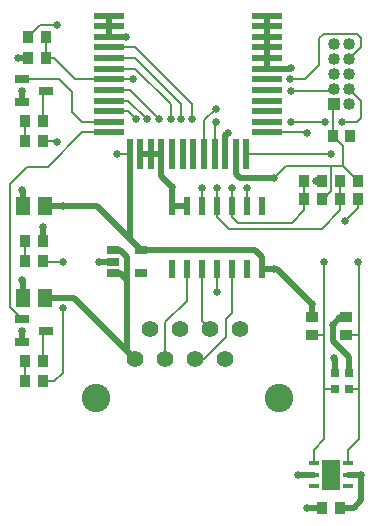
<source format=gbr>
G04 #@! TF.FileFunction,Copper,L1,Top,Signal*
%FSLAX46Y46*%
G04 Gerber Fmt 4.6, Leading zero omitted, Abs format (unit mm)*
G04 Created by KiCad (PCBNEW 4.0.4-stable) date Sunday, February 26, 2017 'PMt' 06:01:27 PM*
%MOMM*%
%LPD*%
G01*
G04 APERTURE LIST*
%ADD10C,0.100000*%
%ADD11R,1.300480X1.498600*%
%ADD12R,0.899160X1.000760*%
%ADD13C,1.397000*%
%ADD14C,2.413000*%
%ADD15R,1.219200X0.802000*%
%ADD16R,1.000760X0.899160*%
%ADD17R,0.850000X0.450000*%
%ADD18R,1.600000X2.500000*%
%ADD19R,1.000000X0.700000*%
%ADD20R,0.700000X0.750000*%
%ADD21R,0.600000X1.500000*%
%ADD22R,2.500000X0.500000*%
%ADD23R,0.500000X2.500000*%
%ADD24R,1.016000X1.016000*%
%ADD25C,1.016000*%
%ADD26C,0.635000*%
%ADD27C,0.508000*%
%ADD28C,0.203200*%
G04 APERTURE END LIST*
D10*
D11*
X133032500Y-77724000D03*
X131127500Y-77724000D03*
X133032500Y-69977000D03*
X131127500Y-69977000D03*
D12*
X133085840Y-57404000D03*
X131582160Y-57404000D03*
X157363160Y-64008000D03*
X158866840Y-64008000D03*
X132831840Y-74612500D03*
X131328160Y-74612500D03*
X132831840Y-64452500D03*
X131328160Y-64452500D03*
X132831840Y-84772500D03*
X131328160Y-84772500D03*
D13*
X140639800Y-82905600D03*
X141909800Y-80365600D03*
X143179800Y-82905600D03*
X144449800Y-80365600D03*
X145719800Y-82905600D03*
X146989800Y-80365600D03*
X148259800Y-82905600D03*
X149529800Y-80365600D03*
D14*
X152834800Y-86205600D03*
X137334800Y-86205600D03*
D15*
X131068000Y-59248000D03*
X131068000Y-61148000D03*
X133092000Y-60198000D03*
X131068000Y-79568000D03*
X131068000Y-81468000D03*
X133092000Y-80518000D03*
D12*
X132831840Y-72898000D03*
X131328160Y-72898000D03*
X132831840Y-62738000D03*
X131328160Y-62738000D03*
X132831840Y-83058000D03*
X131328160Y-83058000D03*
D16*
X158496000Y-79385160D03*
X158496000Y-80888840D03*
X155575000Y-79385160D03*
X155575000Y-80888840D03*
D12*
X159501840Y-67818000D03*
X157998160Y-67818000D03*
X157998160Y-69342000D03*
X159501840Y-69342000D03*
X156453840Y-69342000D03*
X154950160Y-69342000D03*
X154950160Y-67818000D03*
X156453840Y-67818000D03*
X131582160Y-55626000D03*
X133085840Y-55626000D03*
D17*
X155776000Y-91710000D03*
X155776000Y-92710000D03*
X155776000Y-93710000D03*
X158676000Y-93710000D03*
X158676000Y-92710000D03*
X158676000Y-91710000D03*
D18*
X157226000Y-92710000D03*
D19*
X138754000Y-73726000D03*
X138754000Y-74676000D03*
X138754000Y-75626000D03*
X141154000Y-75626000D03*
X141154000Y-73726000D03*
D20*
X158715000Y-84097500D03*
X157515000Y-84097500D03*
X157515000Y-85447500D03*
X158715000Y-85447500D03*
D21*
X151384000Y-69944000D03*
X150114000Y-69944000D03*
X148844000Y-69944000D03*
X147574000Y-69944000D03*
X146304000Y-69944000D03*
X145034000Y-69944000D03*
X143764000Y-69944000D03*
X143764000Y-75344000D03*
X145034000Y-75344000D03*
X146304000Y-75344000D03*
X147574000Y-75344000D03*
X148844000Y-75344000D03*
X150114000Y-75344000D03*
X151384000Y-75344000D03*
D22*
X138408600Y-53848000D03*
X138408600Y-54748000D03*
X138408600Y-55648000D03*
X138408600Y-56548000D03*
X138408600Y-57448000D03*
X138408600Y-58348000D03*
X138408600Y-59248000D03*
X138408600Y-60148000D03*
X138408600Y-61048000D03*
X138408600Y-61948000D03*
X138408600Y-62848000D03*
X138408600Y-63748000D03*
D23*
X140158600Y-65548000D03*
X141058600Y-65548000D03*
X141958600Y-65548000D03*
X142858600Y-65548000D03*
X143758600Y-65548000D03*
X144658600Y-65548000D03*
X145558600Y-65548000D03*
X146458600Y-65548000D03*
X147358600Y-65548000D03*
X148258600Y-65548000D03*
X149158600Y-65548000D03*
X150058600Y-65548000D03*
D22*
X151808600Y-63748000D03*
X151808600Y-62848000D03*
X151808600Y-61948000D03*
X151808600Y-61048000D03*
X151808600Y-60148000D03*
X151808600Y-59248000D03*
X151808600Y-58348000D03*
X151808600Y-57448000D03*
X151808600Y-56548000D03*
X151808600Y-55648000D03*
X151808600Y-54748000D03*
X151808600Y-53848000D03*
D24*
X157480000Y-61341000D03*
D25*
X158750000Y-61341000D03*
X157480000Y-60071000D03*
X158750000Y-60071000D03*
X157480000Y-58801000D03*
X158750000Y-58801000D03*
X157480000Y-57531000D03*
X158750000Y-57531000D03*
X157480000Y-56261000D03*
X158750000Y-56261000D03*
D12*
X157977840Y-95504000D03*
X156474160Y-95504000D03*
D26*
X155956000Y-67818000D03*
X158369000Y-71247000D03*
X158866840Y-64008000D03*
X153797000Y-58293000D03*
X148463000Y-63754000D03*
X157480000Y-82804000D03*
X154432000Y-92710000D03*
X155194000Y-95504000D03*
X143764000Y-68326000D03*
X137541000Y-74676000D03*
X131064000Y-80518000D03*
X132842000Y-71755000D03*
X131064000Y-76200000D03*
X131064000Y-68580000D03*
X131064000Y-60198000D03*
X130683000Y-57404000D03*
X139827000Y-55626000D03*
X152400000Y-75311000D03*
X152400000Y-67564000D03*
X157353000Y-80010000D03*
X155575000Y-78232000D03*
X159766000Y-92710000D03*
X134493000Y-74676000D03*
X134493000Y-69977000D03*
X134493000Y-78613000D03*
X133985000Y-54610000D03*
X139065000Y-65532000D03*
X133985000Y-64516000D03*
X147574000Y-77216000D03*
X141605000Y-62611000D03*
X140716000Y-62611000D03*
X159512000Y-74676000D03*
X157226000Y-65532000D03*
X156591000Y-74676000D03*
X155194000Y-63754000D03*
X147574000Y-68453000D03*
X143637000Y-62611000D03*
X148844000Y-68453000D03*
X144526000Y-62611000D03*
X150114000Y-68453000D03*
X145415000Y-62611000D03*
X146304000Y-68453000D03*
X142621000Y-62611000D03*
X153771600Y-59258200D03*
X140487400Y-59258200D03*
X147447000Y-61722000D03*
X153797000Y-60198000D03*
X147447000Y-62865000D03*
X158115000Y-62865000D03*
X156718000Y-62865000D03*
X153797000Y-62865000D03*
D27*
X138754000Y-75626000D02*
X139380000Y-75626000D01*
X139380000Y-75626000D02*
X139954000Y-76200000D01*
X140639800Y-82905600D02*
X139954000Y-82219800D01*
X139385000Y-73726000D02*
X138754000Y-73726000D01*
X139954000Y-74295000D02*
X139385000Y-73726000D01*
X139954000Y-82219800D02*
X139954000Y-76200000D01*
X139954000Y-76200000D02*
X139954000Y-74295000D01*
X133032500Y-77724000D02*
X135458200Y-77724000D01*
X135458200Y-77724000D02*
X140639800Y-82905600D01*
D28*
X156453840Y-67818000D02*
X155956000Y-67818000D01*
X159501840Y-69342000D02*
X159501840Y-70114160D01*
X159501840Y-70114160D02*
X158369000Y-71247000D01*
D27*
X151808600Y-58348000D02*
X153742000Y-58348000D01*
X153742000Y-58348000D02*
X153797000Y-58293000D01*
X151808600Y-57448000D02*
X151808600Y-58348000D01*
X151808600Y-56548000D02*
X151808600Y-57448000D01*
X151808600Y-55648000D02*
X151808600Y-56548000D01*
X151808600Y-54748000D02*
X151808600Y-55648000D01*
X151808600Y-53848000D02*
X151808600Y-54748000D01*
X148258600Y-65548000D02*
X148258600Y-63958400D01*
X148258600Y-63958400D02*
X148463000Y-63754000D01*
X157515000Y-84097500D02*
X157515000Y-82839000D01*
X157515000Y-82839000D02*
X157480000Y-82804000D01*
X155776000Y-92710000D02*
X154432000Y-92710000D01*
X156474160Y-95504000D02*
X155194000Y-95504000D01*
X141958600Y-65548000D02*
X142858600Y-65548000D01*
X141058600Y-65548000D02*
X141958600Y-65548000D01*
X145034000Y-69944000D02*
X143764000Y-69944000D01*
X143764000Y-69944000D02*
X143764000Y-68326000D01*
X142858600Y-67420600D02*
X142858600Y-65548000D01*
X142858600Y-67420600D02*
X143764000Y-68326000D01*
X138754000Y-74676000D02*
X137541000Y-74676000D01*
X131068000Y-81468000D02*
X131068000Y-80522000D01*
X131068000Y-80522000D02*
X131064000Y-80518000D01*
X132831840Y-72898000D02*
X132831840Y-71765160D01*
X132831840Y-71765160D02*
X132842000Y-71755000D01*
X131127500Y-77724000D02*
X131127500Y-76263500D01*
X131127500Y-76263500D02*
X131064000Y-76200000D01*
X131127500Y-69977000D02*
X131127500Y-68643500D01*
X131127500Y-68643500D02*
X131064000Y-68580000D01*
X131068000Y-61148000D02*
X131068000Y-60202000D01*
X131068000Y-60202000D02*
X131064000Y-60198000D01*
X131582160Y-57404000D02*
X130683000Y-57404000D01*
X138408600Y-55648000D02*
X139805000Y-55648000D01*
X139805000Y-55648000D02*
X139827000Y-55626000D01*
X138408600Y-54748000D02*
X138408600Y-55648000D01*
X138408600Y-53848000D02*
X138408600Y-54748000D01*
D28*
X156453840Y-69342000D02*
X156591000Y-69342000D01*
X156591000Y-69342000D02*
X157226000Y-68707000D01*
X157226000Y-68707000D02*
X157226000Y-66548000D01*
X158236920Y-66553080D02*
X158236920Y-64881760D01*
X158236920Y-64881760D02*
X157363160Y-64008000D01*
X152400000Y-67564000D02*
X153416000Y-66548000D01*
X158231840Y-66548000D02*
X158236920Y-66553080D01*
X158236920Y-66553080D02*
X159501840Y-67818000D01*
X153416000Y-66548000D02*
X157226000Y-66548000D01*
X157226000Y-66548000D02*
X158231840Y-66548000D01*
X157480000Y-61341000D02*
X157363160Y-61457840D01*
X157363160Y-61457840D02*
X157363160Y-64008000D01*
D27*
X149158600Y-65548000D02*
X149158600Y-67243600D01*
X152400000Y-75311000D02*
X152400000Y-75344000D01*
X149479000Y-67564000D02*
X152400000Y-67564000D01*
X149158600Y-67243600D02*
X149479000Y-67564000D01*
X158676000Y-92710000D02*
X159766000Y-92710000D01*
X155575000Y-79385160D02*
X155575000Y-78232000D01*
X158496000Y-79385160D02*
X157977840Y-79385160D01*
X157977840Y-79385160D02*
X157353000Y-80010000D01*
X158715000Y-84097500D02*
X158715000Y-82769000D01*
X157353000Y-81407000D02*
X157353000Y-80010000D01*
X158715000Y-82769000D02*
X157353000Y-81407000D01*
X157977840Y-95504000D02*
X159131000Y-95504000D01*
X152687000Y-75344000D02*
X152400000Y-75344000D01*
X152400000Y-75344000D02*
X151384000Y-75344000D01*
X155575000Y-78232000D02*
X152687000Y-75344000D01*
X159766000Y-94869000D02*
X159766000Y-92710000D01*
X159131000Y-95504000D02*
X159766000Y-94869000D01*
D28*
X132831840Y-74612500D02*
X132895340Y-74676000D01*
X132895340Y-74676000D02*
X134493000Y-74676000D01*
X132831840Y-84772500D02*
X133794500Y-84772500D01*
X134493000Y-84074000D02*
X134493000Y-78613000D01*
X133794500Y-84772500D02*
X134493000Y-84074000D01*
D27*
X141154000Y-73726000D02*
X150815000Y-73726000D01*
X151384000Y-74295000D02*
X151384000Y-75344000D01*
X150815000Y-73726000D02*
X151384000Y-74295000D01*
X140158600Y-65548000D02*
X140158600Y-72730600D01*
X140158600Y-72730600D02*
X141154000Y-73726000D01*
X133032500Y-69977000D02*
X134493000Y-69977000D01*
X134493000Y-69977000D02*
X137405000Y-69977000D01*
X137405000Y-69977000D02*
X141154000Y-73726000D01*
D28*
X132598160Y-54610000D02*
X131582160Y-55626000D01*
X133985000Y-54610000D02*
X132598160Y-54610000D01*
X132831840Y-64452500D02*
X133921500Y-64452500D01*
X139081000Y-65548000D02*
X140158600Y-65548000D01*
X139065000Y-65532000D02*
X139081000Y-65548000D01*
X133921500Y-64452500D02*
X133985000Y-64516000D01*
X131328160Y-72898000D02*
X131328160Y-74612500D01*
X131328160Y-62738000D02*
X131328160Y-64452500D01*
X131328160Y-83058000D02*
X131328160Y-84772500D01*
X143179800Y-82905600D02*
X143179800Y-79832200D01*
X145034000Y-77978000D02*
X145034000Y-75344000D01*
X143179800Y-79832200D02*
X145034000Y-77978000D01*
X147574000Y-77216000D02*
X147574000Y-75344000D01*
X145719800Y-82905600D02*
X146456400Y-82905600D01*
X148844000Y-78994000D02*
X148844000Y-75344000D01*
X148336000Y-79502000D02*
X148844000Y-78994000D01*
X148336000Y-81026000D02*
X148336000Y-79502000D01*
X146456400Y-82905600D02*
X148336000Y-81026000D01*
X146989800Y-80365600D02*
X146304000Y-79679800D01*
X146304000Y-79679800D02*
X146304000Y-75344000D01*
X138408600Y-61048000D02*
X140042000Y-61048000D01*
X140042000Y-61048000D02*
X141605000Y-62611000D01*
X138408600Y-61948000D02*
X140053000Y-61948000D01*
X140053000Y-61948000D02*
X140716000Y-62611000D01*
X131068000Y-59248000D02*
X134178000Y-59248000D01*
X136127000Y-62848000D02*
X138408600Y-62848000D01*
X135255000Y-61976000D02*
X136127000Y-62848000D01*
X135255000Y-60325000D02*
X135255000Y-61976000D01*
X134178000Y-59248000D02*
X135255000Y-60325000D01*
X132831840Y-62738000D02*
X132831840Y-60458160D01*
X132831840Y-60458160D02*
X133092000Y-60198000D01*
X138408600Y-63748000D02*
X136150000Y-63748000D01*
X130048000Y-78548000D02*
X131068000Y-79568000D01*
X130048000Y-68072000D02*
X130048000Y-78548000D01*
X131445000Y-66675000D02*
X130048000Y-68072000D01*
X133223000Y-66675000D02*
X131445000Y-66675000D01*
X136150000Y-63748000D02*
X133223000Y-66675000D01*
X132831840Y-83058000D02*
X132831840Y-80778160D01*
X132831840Y-80778160D02*
X133092000Y-80518000D01*
X159565000Y-80888840D02*
X159565000Y-74729000D01*
X159565000Y-74729000D02*
X159512000Y-74676000D01*
X157226000Y-65532000D02*
X150074600Y-65532000D01*
X150074600Y-65532000D02*
X150058600Y-65548000D01*
X158715000Y-85447500D02*
X159565000Y-85447500D01*
X159565000Y-80888840D02*
X159565000Y-85447500D01*
X159565000Y-85447500D02*
X159565000Y-89736000D01*
X158676000Y-90625000D02*
X158676000Y-91710000D01*
X159565000Y-89736000D02*
X158676000Y-90625000D01*
X158496000Y-80888840D02*
X159565000Y-80888840D01*
X150074600Y-65532000D02*
X150058600Y-65548000D01*
X156665000Y-74750000D02*
X156591000Y-74676000D01*
X156665000Y-80888840D02*
X156665000Y-74750000D01*
X155188000Y-63748000D02*
X151808600Y-63748000D01*
X155194000Y-63754000D02*
X155188000Y-63748000D01*
X157515000Y-85447500D02*
X156665000Y-85447500D01*
X156665000Y-80888840D02*
X156665000Y-85447500D01*
X156665000Y-85447500D02*
X156665000Y-89715000D01*
X155776000Y-90604000D02*
X155776000Y-91710000D01*
X156665000Y-89715000D02*
X155776000Y-90604000D01*
X155575000Y-80888840D02*
X156665000Y-80888840D01*
X151814600Y-63754000D02*
X151808600Y-63748000D01*
X157998160Y-69342000D02*
X157998160Y-67818000D01*
X147574000Y-69944000D02*
X147574000Y-70866000D01*
X157998160Y-70347840D02*
X157998160Y-69342000D01*
X156464000Y-71882000D02*
X157998160Y-70347840D01*
X148590000Y-71882000D02*
X156464000Y-71882000D01*
X147574000Y-70866000D02*
X148590000Y-71882000D01*
X138408600Y-58348000D02*
X140644000Y-58348000D01*
X147574000Y-68453000D02*
X147574000Y-69944000D01*
X143637000Y-61341000D02*
X143637000Y-62611000D01*
X140644000Y-58348000D02*
X143637000Y-61341000D01*
X154950160Y-69342000D02*
X154950160Y-67818000D01*
X148844000Y-69944000D02*
X148844000Y-70866000D01*
X154950160Y-70347840D02*
X154950160Y-69342000D01*
X153924000Y-71374000D02*
X154950160Y-70347840D01*
X149352000Y-71374000D02*
X153924000Y-71374000D01*
X148844000Y-70866000D02*
X149352000Y-71374000D01*
X138408600Y-57448000D02*
X140633000Y-57448000D01*
X148844000Y-68453000D02*
X148844000Y-69944000D01*
X144526000Y-61341000D02*
X144526000Y-62611000D01*
X140633000Y-57448000D02*
X144526000Y-61341000D01*
X138408600Y-56548000D02*
X140622000Y-56548000D01*
X150114000Y-68453000D02*
X150114000Y-69944000D01*
X145415000Y-61341000D02*
X145415000Y-62611000D01*
X140622000Y-56548000D02*
X145415000Y-61341000D01*
X138408600Y-60148000D02*
X140158000Y-60148000D01*
X146304000Y-68453000D02*
X146304000Y-69944000D01*
X140158000Y-60148000D02*
X142621000Y-62611000D01*
X153771600Y-59258200D02*
X154990800Y-59258200D01*
X138408600Y-59248000D02*
X140477200Y-59248000D01*
X140477200Y-59248000D02*
X140487400Y-59258200D01*
X159766000Y-56515000D02*
X158750000Y-57531000D01*
X159766000Y-55753000D02*
X159766000Y-56515000D01*
X159385000Y-55372000D02*
X159766000Y-55753000D01*
X156591000Y-55372000D02*
X159385000Y-55372000D01*
X156210000Y-55753000D02*
X156591000Y-55372000D01*
X156210000Y-58039000D02*
X156210000Y-55753000D01*
X154990800Y-59258200D02*
X156210000Y-58039000D01*
X133085840Y-57404000D02*
X133731000Y-57404000D01*
X135575000Y-59248000D02*
X138408600Y-59248000D01*
X133731000Y-57404000D02*
X135575000Y-59248000D01*
X133085840Y-57404000D02*
X133085840Y-55626000D01*
X133329640Y-57647800D02*
X133085840Y-57404000D01*
X146458600Y-62710400D02*
X147447000Y-61722000D01*
X146458600Y-65548000D02*
X146458600Y-62710400D01*
X153797000Y-60198000D02*
X157353000Y-60198000D01*
X157353000Y-60198000D02*
X157480000Y-60071000D01*
X147358600Y-62953400D02*
X147447000Y-62865000D01*
X147358600Y-65548000D02*
X147358600Y-62953400D01*
X159766000Y-61087000D02*
X158750000Y-60071000D01*
X159766000Y-62484000D02*
X159766000Y-61087000D01*
X159385000Y-62865000D02*
X159766000Y-62484000D01*
X158115000Y-62865000D02*
X159385000Y-62865000D01*
X153797000Y-62865000D02*
X156718000Y-62865000D01*
M02*

</source>
